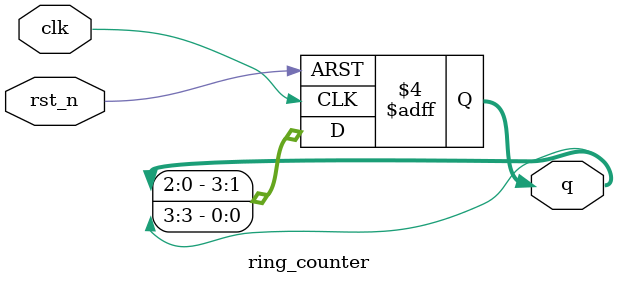
<source format=v>
module ring_counter (
    input wire clk,     
    input wire rst_n,     // Active-low
    output reg [3:0] q    
);

   
    initial begin
        q = 4'b1000;     
    end

    
    always @(posedge clk or negedge rst_n) begin
        if (!rst_n) begin
            q <= 4'b1000; // Reset for iniitial state
        end else begin
            // rotates bits to left
            q <= {q[2:0], q[3]};
        end
    end

endmodule

</source>
